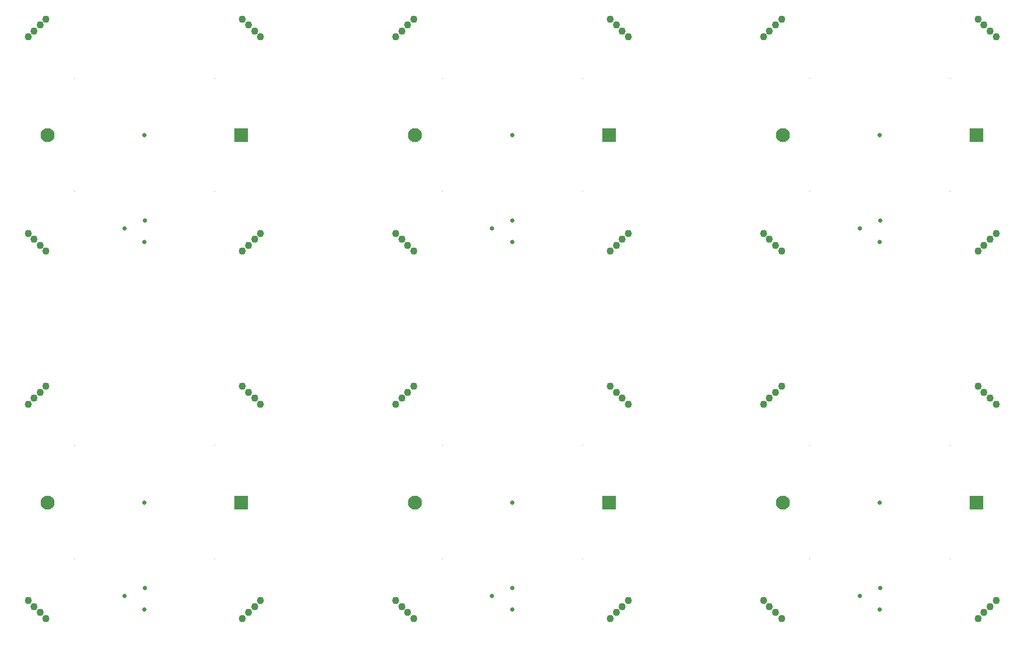
<source format=gbs>
G04*
G04 #@! TF.GenerationSoftware,Altium Limited,Altium Designer,22.3.1 (43)*
G04*
G04 Layer_Color=16711935*
%FSLAX25Y25*%
%MOIN*%
G70*
G04*
G04 #@! TF.SameCoordinates,BE9F1A3D-2FD5-4231-B36C-A3B311DF6078*
G04*
G04*
G04 #@! TF.FilePolarity,Negative*
G04*
G01*
G75*
%ADD62R,0.08268X0.08268*%
%ADD84C,0.00394*%
G04:AMPARAMS|DCode=85|XSize=3.94mil|YSize=3.94mil|CornerRadius=0mil|HoleSize=0mil|Usage=FLASHONLY|Rotation=180.000|XOffset=0mil|YOffset=0mil|HoleType=Round|Shape=RoundedRectangle|*
%AMROUNDEDRECTD85*
21,1,0.00394,0.00394,0,0,180.0*
21,1,0.00394,0.00394,0,0,180.0*
1,1,0.00000,-0.00197,0.00197*
1,1,0.00000,0.00197,0.00197*
1,1,0.00000,0.00197,-0.00197*
1,1,0.00000,-0.00197,-0.00197*
%
%ADD85ROUNDEDRECTD85*%
%ADD86C,0.08268*%
%ADD87C,0.04331*%
%ADD88C,0.02559*%
D62*
X194882Y137795D02*
D03*
X411417D02*
D03*
X627953D02*
D03*
X194882Y354331D02*
D03*
X411417D02*
D03*
X627953D02*
D03*
D84*
X124409Y56102D02*
D03*
X151181D02*
D03*
X168307Y137795D02*
D03*
X107283D02*
D03*
X194882Y109843D02*
D03*
X340945Y56102D02*
D03*
X367717D02*
D03*
X384842Y137795D02*
D03*
X323819D02*
D03*
X411417Y109843D02*
D03*
X557480Y56102D02*
D03*
X584252D02*
D03*
X601378Y137795D02*
D03*
X540354D02*
D03*
X627953Y109843D02*
D03*
X124409Y272638D02*
D03*
X151181D02*
D03*
X168307Y354331D02*
D03*
X107283D02*
D03*
X194882Y326378D02*
D03*
X340945Y272638D02*
D03*
X367717D02*
D03*
X384842Y354331D02*
D03*
X323819D02*
D03*
X411417Y326378D02*
D03*
X557480Y272638D02*
D03*
X584252D02*
D03*
X601378Y354331D02*
D03*
X540354D02*
D03*
X627953Y326378D02*
D03*
D85*
X179134Y171260D02*
D03*
X96457Y104331D02*
D03*
X179134D02*
D03*
X96457Y171260D02*
D03*
X395669D02*
D03*
X312992Y104331D02*
D03*
X395669D02*
D03*
X312992Y171260D02*
D03*
X612205D02*
D03*
X529528Y104331D02*
D03*
X612205D02*
D03*
X529528Y171260D02*
D03*
X179134Y387795D02*
D03*
X96457Y320866D02*
D03*
X179134D02*
D03*
X96457Y387795D02*
D03*
X395669D02*
D03*
X312992Y320866D02*
D03*
X395669D02*
D03*
X312992Y387795D02*
D03*
X612205D02*
D03*
X529528Y320866D02*
D03*
X612205D02*
D03*
X529528Y387795D02*
D03*
D86*
X80709Y137795D02*
D03*
X297244D02*
D03*
X513779D02*
D03*
X80709Y354331D02*
D03*
X297244D02*
D03*
X513779D02*
D03*
D87*
X199179Y202714D02*
D03*
X195643Y206250D02*
D03*
X206250Y195643D02*
D03*
X202714Y199179D02*
D03*
X72876D02*
D03*
X69341Y195643D02*
D03*
X79948Y206250D02*
D03*
X76412Y202714D02*
D03*
X202714Y76412D02*
D03*
X206250Y79948D02*
D03*
X195643Y69341D02*
D03*
X199179Y72876D02*
D03*
X76412D02*
D03*
X79948Y69341D02*
D03*
X69341Y79948D02*
D03*
X72876Y76412D02*
D03*
X415714Y202714D02*
D03*
X412179Y206250D02*
D03*
X422785Y195643D02*
D03*
X419250Y199179D02*
D03*
X289412D02*
D03*
X285876Y195643D02*
D03*
X296483Y206250D02*
D03*
X292947Y202714D02*
D03*
X419250Y76412D02*
D03*
X422785Y79948D02*
D03*
X412179Y69341D02*
D03*
X415714Y72876D02*
D03*
X292947D02*
D03*
X296483Y69341D02*
D03*
X285876Y79948D02*
D03*
X289412Y76412D02*
D03*
X632249Y202714D02*
D03*
X628714Y206250D02*
D03*
X639321Y195643D02*
D03*
X635785Y199179D02*
D03*
X505947D02*
D03*
X502412Y195643D02*
D03*
X513018Y206250D02*
D03*
X509483Y202714D02*
D03*
X635785Y76412D02*
D03*
X639321Y79948D02*
D03*
X628714Y69341D02*
D03*
X632249Y72876D02*
D03*
X509483D02*
D03*
X513018Y69341D02*
D03*
X502412Y79948D02*
D03*
X505947Y76412D02*
D03*
X199179Y419250D02*
D03*
X195643Y422785D02*
D03*
X206250Y412179D02*
D03*
X202714Y415714D02*
D03*
X72876D02*
D03*
X69341Y412179D02*
D03*
X79948Y422785D02*
D03*
X76412Y419250D02*
D03*
X202714Y292947D02*
D03*
X206250Y296483D02*
D03*
X195643Y285876D02*
D03*
X199179Y289412D02*
D03*
X76412D02*
D03*
X79948Y285876D02*
D03*
X69341Y296483D02*
D03*
X72876Y292947D02*
D03*
X415714Y419250D02*
D03*
X412179Y422785D02*
D03*
X422785Y412179D02*
D03*
X419250Y415714D02*
D03*
X289412D02*
D03*
X285876Y412179D02*
D03*
X296483Y422785D02*
D03*
X292947Y419250D02*
D03*
X419250Y292947D02*
D03*
X422785Y296483D02*
D03*
X412179Y285876D02*
D03*
X415714Y289412D02*
D03*
X292947D02*
D03*
X296483Y285876D02*
D03*
X285876Y296483D02*
D03*
X289412Y292947D02*
D03*
X632249Y419250D02*
D03*
X628714Y422785D02*
D03*
X639321Y412179D02*
D03*
X635785Y415714D02*
D03*
X505947D02*
D03*
X502412Y412179D02*
D03*
X513018Y422785D02*
D03*
X509483Y419250D02*
D03*
X635785Y292947D02*
D03*
X639321Y296483D02*
D03*
X628714Y285876D02*
D03*
X632249Y289412D02*
D03*
X509483D02*
D03*
X513018Y285876D02*
D03*
X502412Y296483D02*
D03*
X505947Y292947D02*
D03*
D88*
X137795Y137795D02*
D03*
X125984Y82677D02*
D03*
X137996Y87358D02*
D03*
X137795Y74803D02*
D03*
X354331Y137795D02*
D03*
X342520Y82677D02*
D03*
X354532Y87358D02*
D03*
X354331Y74803D02*
D03*
X570866Y137795D02*
D03*
X559055Y82677D02*
D03*
X571067Y87358D02*
D03*
X570866Y74803D02*
D03*
X137795Y354331D02*
D03*
X125984Y299213D02*
D03*
X137996Y303894D02*
D03*
X137795Y291339D02*
D03*
X354331Y354331D02*
D03*
X342520Y299213D02*
D03*
X354532Y303894D02*
D03*
X354331Y291339D02*
D03*
X570866Y354331D02*
D03*
X559055Y299213D02*
D03*
X571067Y303894D02*
D03*
X570866Y291339D02*
D03*
M02*

</source>
